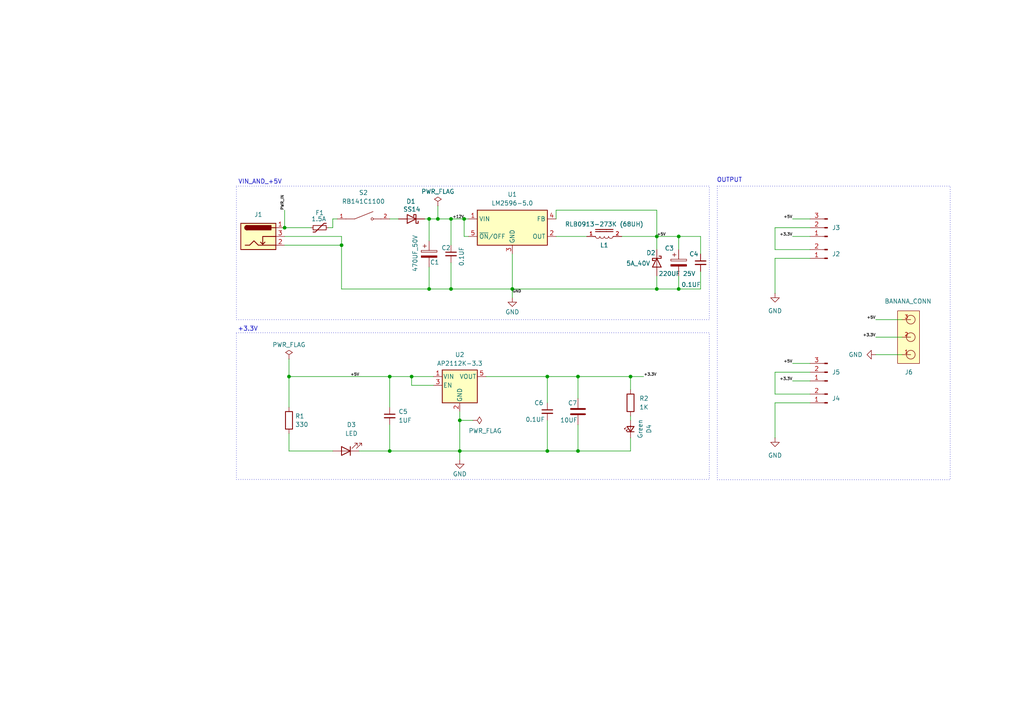
<source format=kicad_sch>
(kicad_sch (version 20250114) (generator "eeschema") (generator_version "9.0")
  (paper "A4")
  (lib_symbols
    (symbol "BANANA_PCB:BANANA_CONN" (pin_names (offset 1.016) (hide yes))
      (property "Reference" "J" (at 4.064 3.048 0))
      (property "Value" "BANANA_CONN" (at -2.286 -6.858 0))
      (symbol "BANANA_CONN_1_1"
        (rectangle (start -2.54 2.54) (end 12.7 -3.81) (fill (type background)))
        (circle (center 0 0) (radius 1.27))
        (circle (center 5.08 0) (radius 1.27))
        (circle (center 10.16 0) (radius 1.27))
        (pin passive line (at 0 -2.54 90) (length 2.54) (name "RED") (number "3"))
        (pin passive line (at 5.08 -2.54 90) (length 2.54) (name "YELLOW") (number "2"))
        (pin passive line (at 10.16 -2.54 90) (length 2.54) (name "GND") (number "1"))
      )
    )
    (symbol "Connector:Conn_01x02_Pin" (pin_names (offset 1.016) (hide yes))
      (property "Reference" "J" (at 0 2.54 0))
      (property "Value" "Conn_01x02_Pin" (at 0 -5.08 0))
      (symbol "Conn_01x02_Pin_1_1"
        (rectangle (start 0.8636 0.127) (end 0 -0.127) (stroke (width 0.1524)) (fill (type outline)))
        (rectangle (start 0.8636 -2.413) (end 0 -2.667) (stroke (width 0.1524)) (fill (type outline)))
        (polyline (pts (xy 1.27 0) (xy 0.8636 0)) (stroke (width 0.1524)))
        (polyline (pts (xy 1.27 -2.54) (xy 0.8636 -2.54)) (stroke (width 0.1524)))
        (pin passive line (at 5.08 0 180) (length 3.81) (name "Pin_1") (number "1"))
        (pin passive line (at 5.08 -2.54 180) (length 3.81) (name "Pin_2") (number "2"))
      )
    )
    (symbol "Connector:Conn_01x03_Pin" (pin_names (offset 1.016) (hide yes))
      (property "Reference" "J" (at 0 5.08 0))
      (property "Value" "Conn_01x03_Pin" (at 0 -5.08 0))
      (symbol "Conn_01x03_Pin_1_1"
        (rectangle (start 0.8636 2.667) (end 0 2.413) (stroke (width 0.1524)) (fill (type outline)))
        (rectangle (start 0.8636 0.127) (end 0 -0.127) (stroke (width 0.1524)) (fill (type outline)))
        (rectangle (start 0.8636 -2.413) (end 0 -2.667) (stroke (width 0.1524)) (fill (type outline)))
        (polyline (pts (xy 1.27 2.54) (xy 0.8636 2.54)) (stroke (width 0.1524)))
        (polyline (pts (xy 1.27 0) (xy 0.8636 0)) (stroke (width 0.1524)))
        (polyline (pts (xy 1.27 -2.54) (xy 0.8636 -2.54)) (stroke (width 0.1524)))
        (pin passive line (at 5.08 2.54 180) (length 3.81) (name "Pin_1") (number "1"))
        (pin passive line (at 5.08 0 180) (length 3.81) (name "Pin_2") (number "2"))
        (pin passive line (at 5.08 -2.54 180) (length 3.81) (name "Pin_3") (number "3"))
      )
    )
    (symbol "Device:C" (pin_numbers (hide yes)) (pin_names (offset 0.254))
      (property "Reference" "C" (at 0.635 2.54 0))
      (property "Value" "C" (at 0.635 -2.54 0))
      (symbol "C_0_1"
        (polyline (pts (xy -2.032 0.762) (xy 2.032 0.762)) (stroke (width 0.508)))
        (polyline (pts (xy -2.032 -0.762) (xy 2.032 -0.762)) (stroke (width 0.508)))
      )
      (symbol "C_1_1"
        (pin passive line (at 0 3.81 270) (length 2.794) (name "~") (number "1"))
        (pin passive line (at 0 -3.81 90) (length 2.794) (name "~") (number "2"))
      )
    )
    (symbol "Device:C_Polarized" (pin_numbers (hide yes)) (pin_names (offset 0.254))
      (property "Reference" "C" (at 0.635 2.54 0))
      (property "Value" "C_Polarized" (at 0.635 -2.54 0))
      (symbol "C_Polarized_0_1"
        (rectangle (start -2.286 0.508) (end 2.286 1.016))
        (polyline (pts (xy -1.778 2.286) (xy -0.762 2.286)))
        (polyline (pts (xy -1.27 2.794) (xy -1.27 1.778)))
        (rectangle (start 2.286 -0.508) (end -2.286 -1.016) (fill (type outline)))
      )
      (symbol "C_Polarized_1_1"
        (pin passive line (at 0 3.81 270) (length 2.794) (name "~") (number "1"))
        (pin passive line (at 0 -3.81 90) (length 2.794) (name "~") (number "2"))
      )
    )
    (symbol "Device:C_Small" (pin_numbers (hide yes)) (pin_names (offset 0.254) (hide yes))
      (property "Reference" "C" (at 0.254 1.778 0))
      (property "Value" "C_Small" (at 0.254 -2.032 0))
      (symbol "C_Small_0_1"
        (polyline (pts (xy -1.524 0.508) (xy 1.524 0.508)) (stroke (width 0.3048)))
        (polyline (pts (xy -1.524 -0.508) (xy 1.524 -0.508)) (stroke (width 0.3302)))
      )
      (symbol "C_Small_1_1"
        (pin passive line (at 0 2.54 270) (length 2.032) (name "~") (number "1"))
        (pin passive line (at 0 -2.54 90) (length 2.032) (name "~") (number "2"))
      )
    )
    (symbol "Device:LED" (pin_numbers (hide yes)) (pin_names (offset 1.016) (hide yes))
      (property "Reference" "D" (at 0 2.54 0))
      (property "Value" "LED" (at 0 -2.54 0))
      (symbol "LED_0_1"
        (polyline (pts (xy -3.048 -0.762) (xy -4.572 -2.286) (xy -3.81 -2.286) (xy -4.572 -2.286) (xy -4.572 -1.524)))
        (polyline (pts (xy -1.778 -0.762) (xy -3.302 -2.286) (xy -2.54 -2.286) (xy -3.302 -2.286) (xy -3.302 -1.524)))
        (polyline (pts (xy -1.27 0) (xy 1.27 0)))
        (polyline (pts (xy -1.27 -1.27) (xy -1.27 1.27)) (stroke (width 0.254)))
        (polyline (pts (xy 1.27 -1.27) (xy 1.27 1.27) (xy -1.27 0) (xy 1.27 -1.27)) (stroke (width 0.254)))
      )
      (symbol "LED_1_1"
        (pin passive line (at -3.81 0 0) (length 2.54) (name "K") (number "1"))
        (pin passive line (at 3.81 0 180) (length 2.54) (name "A") (number "2"))
      )
    )
    (symbol "Device:R" (pin_numbers (hide yes)) (pin_names (offset 0))
      (property "Reference" "R" (at 2.032 0 90))
      (property "Value" "R" (at 0 0 90))
      (symbol "R_0_1"
        (rectangle (start -1.016 -2.54) (end 1.016 2.54) (stroke (width 0.254)))
      )
      (symbol "R_1_1"
        (pin passive line (at 0 3.81 270) (length 1.27) (name "~") (number "1"))
        (pin passive line (at 0 -3.81 90) (length 1.27) (name "~") (number "2"))
      )
    )
    (symbol "Diode:1N5822" (pin_numbers (hide yes)) (pin_names (offset 1.016) (hide yes))
      (property "Reference" "D" (at 0 2.54 0))
      (property "Value" "1N5822" (at 0 -2.54 0))
      (symbol "1N5822_0_1"
        (polyline (pts (xy -1.905 0.635) (xy -1.905 1.27) (xy -1.27 1.27) (xy -1.27 -1.27) (xy -0.635 -1.27) (xy -0.635 -0.635)) (stroke (width 0.254)))
        (polyline (pts (xy 1.27 1.27) (xy 1.27 -1.27) (xy -1.27 0) (xy 1.27 1.27)) (stroke (width 0.254)))
        (polyline (pts (xy 1.27 0) (xy -1.27 0)))
      )
      (symbol "1N5822_1_1"
        (pin passive line (at -3.81 0 0) (length 2.54) (name "K") (number "1"))
        (pin passive line (at 3.81 0 180) (length 2.54) (name "A") (number "2"))
      )
    )
    (symbol "Diode:SS14" (pin_numbers (hide yes)) (pin_names (offset 1.016) (hide yes))
      (property "Reference" "D" (at 0 2.54 0))
      (property "Value" "SS14" (at 0 -2.54 0))
      (symbol "SS14_0_1"
        (polyline (pts (xy -1.905 0.635) (xy -1.905 1.27) (xy -1.27 1.27) (xy -1.27 -1.27) (xy -0.635 -1.27) (xy -0.635 -0.635)) (stroke (width 0.254)))
        (polyline (pts (xy 1.27 1.27) (xy 1.27 -1.27) (xy -1.27 0) (xy 1.27 1.27)) (stroke (width 0.254)))
        (polyline (pts (xy 1.27 0) (xy -1.27 0)))
      )
      (symbol "SS14_1_1"
        (pin passive line (at -3.81 0 0) (length 2.54) (name "K") (number "1"))
        (pin passive line (at 3.81 0 180) (length 2.54) (name "A") (number "2"))
      )
    )
    (symbol "RB141C1100_1" (pin_names (offset 1.016))
      (property "Reference" "S" (at -2.54 2.54 0))
      (property "Value" "RB141C1100" (at -2.54 -2.54 0))
      (symbol "RB141C1100_1_0_0"
        (polyline (pts (xy -2.54 0) (xy -5.08 0)) (stroke (width 0.1524)))
        (polyline (pts (xy -2.54 0) (xy 2.794 2.1336)) (stroke (width 0.1524)))
        (circle (center 2.54 0) (radius 0.3302) (stroke (width 0.1524)))
        (polyline (pts (xy 5.08 0) (xy 2.921 0)) (stroke (width 0.1524)))
      )
      (symbol "RB141C1100_1_1_0"
        (pin passive line (at -7.62 0 0) (length 2.54) (name "~") (number "1"))
        (pin passive line (at 7.62 0 180) (length 2.54) (name "~") (number "2"))
      )
    )
    (symbol "RLB0913-273K:RLB0913-273K" (pin_names (offset 1.016))
      (property "Reference" "L" (at -2.54 2.54 0))
      (property "Value" "RLB0913-273K" (at -2.54 -2.54 0))
      (symbol "RLB0913-273K_0_0"
        (arc (start -1.27 0) (mid -1.9082 -0.5747) (end -2.54 0) (stroke (width 0.1524)))
        (polyline (pts (xy -1.27 2.032) (xy -2.54 2.032)) (stroke (width 0.254)))
        (polyline (pts (xy -1.27 1.397) (xy -2.54 1.397)) (stroke (width 0.254)))
        (arc (start 0 0) (mid -0.6382 -0.5747) (end -1.27 0) (stroke (width 0.1524)))
        (polyline (pts (xy 0.635 2.032) (xy -1.27 2.032)) (stroke (width 0.254)))
        (polyline (pts (xy 0.635 1.397) (xy -1.27 1.397)) (stroke (width 0.254)))
        (arc (start 1.27 0) (mid 0.6318 -0.5747) (end 0 0) (stroke (width 0.1524)))
        (arc (start 2.54 0) (mid 1.9018 -0.5747) (end 1.27 0) (stroke (width 0.1524)))
        (polyline (pts (xy 2.54 2.032) (xy 0.635 2.032)) (stroke (width 0.254)))
        (polyline (pts (xy 2.54 1.397) (xy 0.635 1.397)) (stroke (width 0.254)))
        (pin passive line (at -5.08 0 0) (length 2.54) (name "~") (number "1"))
        (pin passive line (at 5.08 0 180) (length 2.54) (name "~") (number "2"))
      )
    )
    (symbol "Regulator_Linear:AP2112K-3.3" (pin_names (offset 0.254))
      (property "Reference" "U" (at -5.08 5.715 0))
      (property "Value" "AP2112K-3.3" (at 0 5.715 0))
      (symbol "AP2112K-3.3_0_1"
        (rectangle (start -5.08 4.445) (end 5.08 -5.08) (stroke (width 0.254)) (fill (type background)))
      )
      (symbol "AP2112K-3.3_1_1"
        (pin power_in line (at -7.62 2.54 0) (length 2.54) (name "VIN") (number "1"))
        (pin input line (at -7.62 0 0) (length 2.54) (name "EN") (number "3"))
        (pin power_in line (at 0 -7.62 90) (length 2.54) (name "GND") (number "2"))
        (pin no_connect line (at 5.08 0 180) (length 2.54) (hide yes) (name "NC") (number "4"))
        (pin power_out line (at 7.62 2.54 180) (length 2.54) (name "VOUT") (number "5"))
      )
    )
    (symbol "Regulator_Switching:LM2596T-3.3"
      (property "Reference" "U" (at -10.16 6.35 0))
      (property "Value" "LM2596T-3.3" (at 0 6.35 0))
      (symbol "LM2596T-3.3_0_1"
        (rectangle (start -10.16 5.08) (end 10.16 -5.08) (stroke (width 0.254)) (fill (type background)))
      )
      (symbol "LM2596T-3.3_1_1"
        (pin power_in line (at -12.7 2.54 0) (length 2.54) (name "VIN") (number "1"))
        (pin input line (at -12.7 -2.54 0) (length 2.54) (name "~{ON}/OFF") (number "5"))
        (pin power_in line (at 0 -7.62 90) (length 2.54) (name "GND") (number "3"))
        (pin input line (at 12.7 2.54 180) (length 2.54) (name "FB") (number "4"))
        (pin output line (at 12.7 -2.54 180) (length 2.54) (name "OUT") (number "2"))
      )
    )
    (symbol "SparkFun-Capacitor:C" (pin_numbers (hide yes)) (pin_names (offset 0.254))
      (property "Reference" "C" (at 0.635 2.54 0))
      (property "Value" "C" (at 0.635 -2.54 0))
      (property "Voltage" "1kV" (at 0 -6.35 0))
      (property "Tolerance" "100%" (at 0 -8.89 0))
      (symbol "C_0_1"
        (polyline (pts (xy -1.524 0.508) (xy 1.524 0.508)) (stroke (width 0.3048)))
        (polyline (pts (xy -1.524 -0.508) (xy 1.524 -0.508)) (stroke (width 0.3302)))
      )
      (symbol "C_1_1"
        (pin passive line (at 0 2.54 270) (length 2.032) (name "~") (number "1"))
        (pin passive line (at 0 -2.54 90) (length 2.032) (name "~") (number "2"))
      )
    )
    (symbol "SparkFun-Connector:Barrel_Jack_PTH" (pin_names (hide yes))
      (property "Reference" "J" (at 0 5.334 0))
      (property "Value" "Barrel_Jack_PTH" (at 0 -5.08 0))
      (symbol "Barrel_Jack_PTH_0_1"
        (rectangle (start -5.08 3.81) (end 5.08 -3.81) (stroke (width 0.254)) (fill (type background)))
        (polyline (pts (xy -3.81 -2.54) (xy -2.54 -2.54) (xy -1.27 -1.27) (xy 0 -2.54) (xy 2.54 -2.54) (xy 5.08 -2.54)) (stroke (width 0.254)))
        (arc (start -3.302 1.905) (mid -3.9343 2.54) (end -3.302 3.175) (stroke (width 0.254)))
        (arc (start -3.302 1.905) (mid -3.9343 2.54) (end -3.302 3.175) (stroke (width 0.254)) (fill (type outline)))
        (polyline (pts (xy 1.27 -2.286) (xy 1.905 -1.651)) (stroke (width 0.254)))
        (rectangle (start 3.683 3.175) (end -3.302 1.905) (stroke (width 0.254)) (fill (type outline)))
        (polyline (pts (xy 5.08 2.54) (xy 3.81 2.54)) (stroke (width 0.254)))
        (polyline (pts (xy 5.08 0) (xy 1.27 0) (xy 1.27 -2.286) (xy 0.635 -1.651)) (stroke (width 0.254)))
      )
      (symbol "Barrel_Jack_PTH_1_1"
        (pin passive line (at 7.62 2.54 180) (length 2.54) (name "PWR") (number "1"))
        (pin passive line (at 7.62 0 180) (length 2.54) (name "GNDBREAK") (number "3"))
        (pin passive line (at 7.62 -2.54 180) (length 2.54) (name "GND") (number "2"))
      )
    )
    (symbol "SparkFun-Fuse:Fuse 16V/2.5A/5.0A" (pin_numbers (hide yes)) (pin_names (offset 0))
      (property "Reference" "F" (at 0 2.54 0))
      (property "Value" "16V/2.5A/5.0A" (at 0 -2.54 0))
      (symbol "Fuse 16V/2.5A/5.0A_0_1"
        (rectangle (start -1.905 0.635) (end 1.905 -0.635) (stroke (width 0.2032)))
        (polyline (pts (xy -1.905 -1.27) (xy -1.27 -1.27) (xy 1.27 1.27) (xy 1.905 1.27)) (stroke (width 0.254)))
      )
      (symbol "Fuse 16V/2.5A/5.0A_1_1"
        (pin passive line (at -2.54 0 0) (length 0.635) (name "~") (number "1"))
        (pin passive line (at 2.54 0 180) (length 0.635) (name "~") (number "2"))
      )
    )
    (symbol "SparkFun-LED:LED_Green_1206" (pin_numbers (hide yes)) (pin_names (offset 1.016) (hide yes))
      (property "Reference" "D" (at 0 2.54 0))
      (property "Value" "Green" (at 0 -2.54 0))
      (symbol "LED_Green_1206_0_1"
        (polyline (pts (xy -0.762 -1.016) (xy -0.762 1.016)) (stroke (width 0.254)))
        (polyline (pts (xy 0 0.762) (xy -0.508 1.27) (xy -0.254 1.27) (xy -0.508 1.27) (xy -0.508 1.016)))
        (polyline (pts (xy 0.508 1.27) (xy 0 1.778) (xy 0.254 1.778) (xy 0 1.778) (xy 0 1.524)))
        (polyline (pts (xy 0.762 -1.016) (xy -0.762 0) (xy 0.762 1.016) (xy 0.762 -1.016)) (stroke (width 0.254)))
        (polyline (pts (xy 1.016 0) (xy -0.762 0)))
      )
      (symbol "LED_Green_1206_1_1"
        (pin passive line (at -2.54 0 0) (length 1.778) (name "K") (number "1"))
        (pin passive line (at 2.54 0 180) (length 1.778) (name "A") (number "2"))
      )
    )
    (symbol "power:GND" (power) (pin_numbers (hide yes)) (pin_names (offset 0) (hide yes))
      (property "Value" "GND" (at 0 -3.81 0))
      (symbol "GND_0_1"
        (polyline (pts (xy 0 0) (xy 0 -1.27) (xy 1.27 -1.27) (xy 0 -2.54) (xy -1.27 -1.27) (xy 0 -1.27)))
      )
      (symbol "GND_1_1"
        (pin power_in line (at 0 0 270) (length 0) (name "~") (number "1"))
      )
    )
    (symbol "power:PWR_FLAG" (power) (pin_numbers (hide yes)) (pin_names (offset 0) (hide yes))
      (property "Value" "PWR_FLAG" (at 0 3.81 0))
      (symbol "PWR_FLAG_0_0"
        (pin power_out line (at 0 0 90) (length 0) (name "~") (number "1"))
      )
      (symbol "PWR_FLAG_0_1"
        (polyline (pts (xy 0 0) (xy 0 1.27) (xy -1.016 1.905) (xy 0 2.54) (xy 1.016 1.905) (xy 0 1.27)))
      )
    )
  )
  (rectangle (start 68.58 53.975) (end 205.74 92.71) (stroke (width 0) (type dot)))
  (rectangle (start 208.0517 53.975) (end 275.5899 139.1398) (stroke (width 0) (type dot)))
  (rectangle (start 68.58 96.52) (end 205.74 139.065) (stroke (width 0) (type dot)))
  (text "OUTPUT" (at 211.582 52.324 0) (effects (font (size 1.27 1.27))))
  (text "+3.3V" (at 71.882 95.504 0) (effects (font (size 1.27 1.27))))
  (text "VIN_AND_+5V" (at 75.438 52.832 0) (effects (font (size 1.27 1.27))))
  (junction (at 113.03 130.81))
  (junction (at 148.59 83.82))
  (junction (at 113.03 109.22))
  (junction (at 130.81 83.82))
  (junction (at 124.46 83.82))
  (junction (at 158.75 130.81))
  (junction (at 99.06 71.12))
  (junction (at 119.38 109.22))
  (junction (at 167.64 130.81))
  (junction (at 133.35 130.81))
  (junction (at 130.81 63.5))
  (junction (at 133.35 121.92))
  (junction (at 124.46 63.5))
  (junction (at 196.85 68.58))
  (junction (at 190.5 68.58))
  (junction (at 158.75 109.22))
  (junction (at 196.85 83.82))
  (junction (at 82.55 66.04))
  (junction (at 182.88 109.22))
  (junction (at 167.64 109.22))
  (junction (at 190.5 83.82))
  (junction (at 83.82 109.22))
  (junction (at 127 63.5))
  (junction (at 134.62 63.5))
  (wire (pts (xy 83.82 109.22) (xy 83.82 118.11)))
  (wire (pts (xy 190.5 68.58) (xy 190.5 72.39)))
  (wire (pts (xy 124.46 63.5) (xy 127 63.5)))
  (wire (pts (xy 148.59 83.82) (xy 190.5 83.82)))
  (wire (pts (xy 182.88 120.65) (xy 182.88 121.92)))
  (wire (pts (xy 104.14 130.81) (xy 113.03 130.81)))
  (wire (pts (xy 130.81 76.2) (xy 130.81 83.82)))
  (wire (pts (xy 224.79 116.84) (xy 234.95 116.84)))
  (wire (pts (xy 229.87 68.58) (xy 234.95 68.58)))
  (wire (pts (xy 203.2 78.74) (xy 203.2 83.82)))
  (wire (pts (xy 133.35 121.92) (xy 133.35 130.81)))
  (wire (pts (xy 83.82 104.14) (xy 83.82 109.22)))
  (wire (pts (xy 190.5 80.01) (xy 190.5 83.82)))
  (wire (pts (xy 83.82 130.81) (xy 96.52 130.81)))
  (wire (pts (xy 124.46 77.47) (xy 124.46 83.82)))
  (wire (pts (xy 130.81 71.12) (xy 130.81 63.5)))
  (wire (pts (xy 135.89 68.58) (xy 134.62 68.58)))
  (wire (pts (xy 224.79 66.04) (xy 224.79 72.39)))
  (wire (pts (xy 167.64 123.19) (xy 167.64 130.81)))
  (wire (pts (xy 234.95 72.39) (xy 224.79 72.39)))
  (wire (pts (xy 82.55 71.12) (xy 99.06 71.12)))
  (wire (pts (xy 182.88 109.22) (xy 182.88 113.03)))
  (wire (pts (xy 113.03 123.19) (xy 113.03 130.81)))
  (wire (pts (xy 113.03 109.22) (xy 119.38 109.22)))
  (wire (pts (xy 148.59 86.36) (xy 148.59 83.82)))
  (wire (pts (xy 196.85 80.01) (xy 196.85 83.82)))
  (wire (pts (xy 190.5 60.96) (xy 190.5 68.58)))
  (wire (pts (xy 99.06 71.12) (xy 99.06 83.82)))
  (wire (pts (xy 140.97 109.22) (xy 158.75 109.22)))
  (wire (pts (xy 182.88 127) (xy 182.88 130.81)))
  (wire (pts (xy 203.2 83.82) (xy 196.85 83.82)))
  (wire (pts (xy 229.87 63.5) (xy 234.95 63.5)))
  (wire (pts (xy 161.29 60.96) (xy 190.5 60.96)))
  (wire (pts (xy 182.88 130.81) (xy 167.64 130.81)))
  (wire (pts (xy 158.75 121.92) (xy 158.75 130.81)))
  (wire (pts (xy 83.82 125.73) (xy 83.82 130.81)))
  (wire (pts (xy 224.79 66.04) (xy 234.95 66.04)))
  (wire (pts (xy 167.64 109.22) (xy 167.64 115.57)))
  (wire (pts (xy 133.35 130.81) (xy 133.35 133.35)))
  (wire (pts (xy 148.59 73.66) (xy 148.59 83.82)))
  (wire (pts (xy 158.75 109.22) (xy 158.75 116.84)))
  (wire (pts (xy 113.03 109.22) (xy 113.03 118.11)))
  (wire (pts (xy 83.82 109.22) (xy 113.03 109.22)))
  (wire (pts (xy 161.29 68.58) (xy 170.18 68.58)))
  (wire (pts (xy 96.52 66.04) (xy 95.25 66.04)))
  (wire (pts (xy 124.46 63.5) (xy 124.46 69.85)))
  (wire (pts (xy 224.79 116.84) (xy 224.79 127)))
  (wire (pts (xy 127 59.69) (xy 127 63.5)))
  (wire (pts (xy 254 97.79) (xy 261.62 97.79)))
  (wire (pts (xy 167.64 130.81) (xy 158.75 130.81)))
  (wire (pts (xy 229.87 105.41) (xy 234.95 105.41)))
  (wire (pts (xy 99.06 68.58) (xy 99.06 71.12)))
  (wire (pts (xy 133.35 119.38) (xy 133.35 121.92)))
  (wire (pts (xy 82.55 68.58) (xy 99.06 68.58)))
  (wire (pts (xy 113.03 130.81) (xy 133.35 130.81)))
  (wire (pts (xy 82.55 60.96) (xy 82.55 66.04)))
  (wire (pts (xy 127 63.5) (xy 130.81 63.5)))
  (wire (pts (xy 190.5 83.82) (xy 196.85 83.82)))
  (wire (pts (xy 254 92.71) (xy 261.62 92.71)))
  (wire (pts (xy 99.06 83.82) (xy 124.46 83.82)))
  (wire (pts (xy 161.29 60.96) (xy 161.29 63.5)))
  (wire (pts (xy 124.46 83.82) (xy 130.81 83.82)))
  (wire (pts (xy 133.35 130.81) (xy 158.75 130.81)))
  (wire (pts (xy 196.85 68.58) (xy 196.85 72.39)))
  (wire (pts (xy 203.2 68.58) (xy 203.2 73.66)))
  (wire (pts (xy 224.79 107.95) (xy 224.79 114.3)))
  (wire (pts (xy 190.5 68.58) (xy 196.85 68.58)))
  (wire (pts (xy 224.79 74.93) (xy 224.79 85.09)))
  (wire (pts (xy 224.79 107.95) (xy 234.95 107.95)))
  (wire (pts (xy 133.35 121.92) (xy 137.16 121.92)))
  (wire (pts (xy 229.87 110.49) (xy 234.95 110.49)))
  (wire (pts (xy 234.95 114.3) (xy 224.79 114.3)))
  (wire (pts (xy 182.88 109.22) (xy 186.69 109.22)))
  (wire (pts (xy 196.85 68.58) (xy 203.2 68.58)))
  (wire (pts (xy 130.81 63.5) (xy 134.62 63.5)))
  (wire (pts (xy 113.03 63.5) (xy 115.57 63.5)))
  (wire (pts (xy 130.81 83.82) (xy 148.59 83.82)))
  (wire (pts (xy 224.79 74.93) (xy 234.95 74.93)))
  (wire (pts (xy 96.52 63.5) (xy 96.52 66.04)))
  (wire (pts (xy 180.34 68.58) (xy 190.5 68.58)))
  (wire (pts (xy 119.38 109.22) (xy 125.73 109.22)))
  (wire (pts (xy 119.38 111.76) (xy 125.73 111.76)))
  (wire (pts (xy 254 102.87) (xy 261.62 102.87)))
  (wire (pts (xy 158.75 109.22) (xy 167.64 109.22)))
  (wire (pts (xy 82.55 66.04) (xy 90.17 66.04)))
  (wire (pts (xy 134.62 68.58) (xy 134.62 63.5)))
  (wire (pts (xy 167.64 109.22) (xy 182.88 109.22)))
  (wire (pts (xy 123.19 63.5) (xy 124.46 63.5)))
  (wire (pts (xy 96.52 63.5) (xy 97.79 63.5)))
  (wire (pts (xy 119.38 111.76) (xy 119.38 109.22)))
  (wire (pts (xy 135.89 63.5) (xy 134.62 63.5)))
  (label "+5V" (at 254 92.71 180) (effects (font (size 0.8 0.8))))
  (label "+5V" (at 229.87 105.41 180) (effects (font (size 0.8 0.8))))
  (label "+5V" (at 229.87 63.5 180) (effects (font (size 0.8 0.8))))
  (label "+3.3V" (at 186.69 109.22 0) (effects (font (size 0.8 0.8))))
  (label "+3.3V" (at 229.87 110.49 180) (effects (font (size 0.8 0.8))))
  (label "+12V" (at 134.62 63.5 180) (effects (font (size 0.8 0.8))))
  (label "+5V" (at 101.6 109.22 0) (effects (font (size 0.8 0.8))))
  (label "PWR_IN" (at 82.55 60.96 90) (effects (font (size 0.8 0.8))))
  (label "GND" (at 148.59 85.09 0) (effects (font (size 0.8 0.8))))
  (label "+3.3V" (at 254 97.79 180) (effects (font (size 0.8 0.8))))
  (label "+5V" (at 190.5 68.58 0) (effects (font (size 0.8 0.8))))
  (label "+3.3V" (at 229.87 68.58 180) (effects (font (size 0.8 0.8))))
  (symbol (lib_id "SparkFun-Capacitor:C") (at 113.03 120.65 0) (unit 1)
    (property "Reference" "C5" (at 115.57 119.3862 0) (effects (justify left)))
    (property "Value" "1UF" (at 115.57 121.9262 0) (effects (justify left)))
    (property "Footprint" "SparkFun-Capacitor:C_0603_1608Metric" (effects (hide yes)))
    (property "Datasheet" "https://cdn.sparkfun.com/assets/8/a/4/a/5/Kemet_Capacitor_Datasheet.pdf" (effects (hide yes)))
    (property "Description" "Unpolarized capacitor" (effects (hide yes)))
    (property "PROD_ID" "CAP-00000" (effects (hide yes)))
    (property "Voltage" "1kV" (effects (hide yes)))
    (property "Tolerance" "100%" (effects (hide yes)))
  )
  (symbol (lib_id "Device:R") (at 83.82 121.92 0) (unit 1)
    (property "Reference" "R1" (at 85.598 120.7078 0) (effects (justify left)))
    (property "Value" "330" (at 85.598 123.1321 0) (effects (justify left)))
    (property "Footprint" "KRS_Library:Resistor_14w" (effects (hide yes)))
    (property "Description" "Resistor" (effects (hide yes)))
  )
  (symbol (lib_id "SparkFun-Fuse:Fuse 16V/2.5A/5.0A") (at 92.71 66.04 0) (unit 1)
    (property "Reference" "F1" (at 92.71 61.722 0))
    (property "Value" "1.5A" (at 92.456 63.5 0))
    (property "Footprint" "Fuse:Fuse_1206_3216Metric" (effects (hide yes)))
    (property "Datasheet" "https://www.bourns.com/docs/product-datasheets/mf-msmf.pdf" (effects (hide yes)))
    (property "Description" "Resettable fuse 2A" (effects (hide yes)))
    (property "PROD_ID" "RES-14390" (effects (hide yes)))
  )
  (symbol (lib_id "power:GND") (at 224.79 85.09 0) (unit 1)
    (property "Reference" "#PWR05" (effects (hide yes)))
    (property "Value" "GND" (at 224.79 90.17 0))
    (property "Description" "Power symbol creates a global label with name \"GND\" , ground" (effects (hide yes)))
  )
  (symbol (lib_name "RB141C1100_1") (lib_id "RB141C1100:RB141C1100") (at 105.41 63.5 0) (unit 1)
    (property "Reference" "S2" (at 105.41 55.88 0))
    (property "Value" "RB141C1100" (at 105.41 58.42 0))
    (property "Footprint" "RB141C1100:SW_RB141C1100" (effects (hide yes)))
    (property "MF" "e-switch inc" (effects (hide yes)))
    (property "MAXIMUM_PACKAGE_HEIGHT" "25.9mm" (effects (hide yes)))
    (property "Package" "None" (effects (hide yes)))
    (property "Price" "None" (effects (hide yes)))
    (property "Check_prices" "https://www.snapeda.com/parts/RB141C1100/E-Switch/view-part/?ref=eda" (effects (hide yes)))
    (property "STANDARD" "Manufacturer Recommendations" (effects (hide yes)))
    (property "PARTREV" "C" (effects (hide yes)))
    (property "SnapEDA_Link" "https://www.snapeda.com/parts/RB141C1100/E-Switch/view-part/?ref=snap" (effects (hide yes)))
    (property "MP" "RB141C1100" (effects (hide yes)))
    (property "Description_1" "Rocker Switches 15A 125VAC, OFF-ON, Black Rocker, No Markings" (effects (hide yes)))
    (property "Availability" "In Stock" (effects (hide yes)))
    (property "MANUFACTURER" "E-SWITCH" (effects (hide yes)))
  )
  (symbol (lib_id "power:GND") (at 224.79 127 0) (unit 1)
    (property "Reference" "#PWR03" (effects (hide yes)))
    (property "Value" "GND" (at 224.79 132.08 0))
    (property "Description" "Power symbol creates a global label with name \"GND\" , ground" (effects (hide yes)))
  )
  (symbol (lib_id "Device:C_Small") (at 158.75 119.38 0) (unit 1)
    (property "Reference" "C6" (at 154.94 116.8462 0) (effects (justify left)))
    (property "Value" "0.1UF" (at 152.4 121.6722 0) (effects (justify left)))
    (property "Footprint" "Capacitor_SMD:C_0402_1005Metric" (effects (hide yes)))
    (property "Description" "Unpolarized capacitor, small symbol" (effects (hide yes)))
  )
  (symbol (lib_id "BANANA_PCB:BANANA_CONN") (at 264.16 92.71 270) (unit 1)
    (property "Reference" "J6" (at 262.382 107.9499 90) (effects (justify left)))
    (property "Value" "BANANA_CONN" (at 256.54 87.3759 90) (effects (justify left)))
    (property "Footprint" "BANANA_TRI-PLUG:Banana_Jack_3Pin" (effects (hide yes)))
  )
  (symbol (lib_id "Device:LED") (at 100.33 130.81 180) (unit 1)
    (property "Reference" "D3" (at 101.9175 123.19 0))
    (property "Value" "LED" (at 101.9175 125.73 0))
    (property "Footprint" "LED_THT:LED_D5.0mm_FlatTop" (effects (hide yes)))
    (property "Description" "Light emitting diode" (effects (hide yes)))
    (property "Sim.Pins" "1=K 2=A" (effects (hide yes)))
  )
  (symbol (lib_id "SparkFun-Connector:Barrel_Jack_PTH") (at 74.93 68.58 0) (unit 1)
    (property "Reference" "J1" (at 74.93 62.23 0))
    (property "Value" "Barrel_Jack_PTH" (effects (hide yes)))
    (property "Footprint" "SparkFun-Connector:Barrel_Jack_PTH" (effects (hide yes)))
    (property "Datasheet" "https://www.sparkfun.com/datasheets/Prototyping/Barrel-Connector-PJ-202A.pdf" (effects (hide yes)))
    (property "Description" "DC Barrel Jack with an internal switch" (effects (hide yes)))
    (property "PROD_ID" "CONN-08197" (effects (hide yes)))
  )
  (symbol (lib_id "Device:R") (at 182.88 116.84 0) (unit 1)
    (property "Reference" "R2" (at 185.42 115.5699 0) (effects (justify left)))
    (property "Value" "1K" (at 185.42 118.1099 0) (effects (justify left)))
    (property "Footprint" "KRS_Library:Resistor_14w" (effects (hide yes)))
    (property "Description" "Resistor" (effects (hide yes)))
  )
  (symbol (lib_id "Device:C") (at 167.64 119.38 0) (unit 1)
    (property "Reference" "C7" (at 164.719 116.8978 0) (effects (justify left)))
    (property "Value" "10UF" (at 162.433 121.8621 0) (effects (justify left)))
    (property "Footprint" "Capacitor_THT:C_Radial_D5.0mm_H11.0mm_P2.00mm" (effects (hide yes)))
    (property "Description" "Unpolarized capacitor" (effects (hide yes)))
  )
  (symbol (lib_id "Device:C_Small") (at 130.81 73.66 0) (unit 1)
    (property "Reference" "C2" (at 128.016 71.8882 0) (effects (justify left)))
    (property "Value" "0.1UF" (at 133.858 77.2222 90) (effects (justify left)))
    (property "Footprint" "Capacitor_SMD:C_0402_1005Metric" (effects (hide yes)))
    (property "Description" "Unpolarized capacitor, small symbol" (effects (hide yes)))
  )
  (symbol (lib_id "RLB0913-273K:RLB0913-273K") (at 175.26 68.58 0) (unit 1)
    (property "Reference" "L1" (at 175.26 71.12 0))
    (property "Value" "RLB0913-273K (68UH)" (at 175.26 65.024 0))
    (property "Footprint" "RLB0913-273K:RLB0913-273K" (effects (hide yes)))
    (property "DigiKey_Part_Number" "RLB0913-273K-ND" (effects (hide yes)))
    (property "SnapEDA_Link" "https://www.snapeda.com/parts/RLB0913-273K/Bourns/view-part/?ref=snap" (effects (hide yes)))
    (property "Description_1" "27 mH Unshielded Drum Core, Wirewound Inductor 75 mA 62Ohm Radial, Vertical Cylinder" (effects (hide yes)))
    (property "Package" "Radial Bourns" (effects (hide yes)))
    (property "TOLERANCE" "±10%" (effects (hide yes)))
    (property "DC-RESISTANCE" "62 Ohms" (effects (hide yes)))
    (property "RMS-CURRENT" "75mA" (effects (hide yes)))
    (property "SATURATION-CURRENT" "30mA" (effects (hide yes)))
    (property "MF" "Bourns" (effects (hide yes)))
    (property "MP" "RLB0913-273K" (effects (hide yes)))
    (property "INDUCTANCE" "27mH" (effects (hide yes)))
    (property "FARNELL" "2725286" (effects (hide yes)))
    (property "TYPE" "RLB0913-273K" (effects (hide yes)))
    (property "Check_prices" "https://www.snapeda.com/parts/RLB0913-273K/Bourns/view-part/?ref=eda" (effects (hide yes)))
  )
  (symbol (lib_id "power:PWR_FLAG") (at 137.16 121.92 270) (unit 1)
    (property "Reference" "#FLG04" (effects (hide yes)))
    (property "Value" "PWR_FLAG" (at 135.89 124.9679 90) (effects (justify left)))
    (property "Description" "Special symbol for telling ERC where power comes from" (effects (hide yes)))
  )
  (symbol (lib_id "Diode:1N5822") (at 190.5 76.2 270) (unit 1)
    (property "Reference" "D2" (at 187.452 73.3424 90) (effects (justify left)))
    (property "Value" "5A_40V" (at 181.61 76.3904 90) (effects (justify left)))
    (property "Footprint" "Diode_THT:D_DO-201AD_P15.24mm_Horizontal" (effects (hide yes)))
    (property "Datasheet" "http://www.vishay.com/docs/88526/1n5820.pdf" (effects (hide yes)))
    (property "Description" "40V 3A Schottky Barrier Rectifier Diode, DO-201AD" (effects (hide yes)))
  )
  (symbol (lib_id "Device:C_Polarized") (at 124.46 73.66 0) (unit 1)
    (property "Reference" "C1" (at 124.714 76.0729 0) (effects (justify left)))
    (property "Value" "470UF_50V" (at 120.396 78.8669 90) (effects (justify left)))
    (property "Footprint" "Capacitor_SMD:CP_Elec_4x5.3" (effects (hide yes)))
    (property "Description" "Polarized capacitor" (effects (hide yes)))
  )
  (symbol (lib_id "Connector:Conn_01x02_Pin") (at 240.03 116.84 180) (unit 1)
    (property "Reference" "J4" (at 241.3 115.5699 0) (effects (justify right)))
    (property "Value" "Conn_01x02_Pin" (effects (hide yes)))
    (property "Footprint" "Connector_PinHeader_2.00mm:PinHeader_1x02_P2.00mm_Vertical" (effects (hide yes)))
    (property "Description" "Generic connector, single row, 01x02, script generated" (effects (hide yes)))
  )
  (symbol (lib_id "SparkFun-LED:LED_Green_1206") (at 182.88 124.46 90) (unit 1)
    (property "Reference" "D4" (at 188.214 124.3965 0))
    (property "Value" "Green" (at 185.674 124.3965 0))
    (property "Footprint" "SparkFun-LED:LED_1206_3216Metric_Green" (effects (hide yes)))
    (property "Datasheet" "https://www.inolux-corp.com/datasheet/SMDLED/Mono%20Color%20Top%20View/IN-S126AT%20Series_V1.0.pdf" (effects (hide yes)))
    (property "Description" "Light emitting diode" (effects (hide yes)))
    (property "PROD_ID" "DIO-09910" (effects (hide yes)))
  )
  (symbol (lib_id "Regulator_Linear:AP2112K-3.3") (at 133.35 111.76 0) (unit 1)
    (property "Reference" "U2" (at 133.35 102.87 0))
    (property "Value" "AP2112K-3.3" (at 133.35 105.41 0))
    (property "Footprint" "Package_TO_SOT_SMD:SOT-23-5" (effects (hide yes)))
    (property "Datasheet" "https://www.diodes.com/assets/Datasheets/AP2112.pdf" (effects (hide yes)))
    (property "Description" "600mA low dropout linear regulator, with enable pin, 3.8V-6V input voltage range, 3.3V fixed positive output, SOT-23-5" (effects (hide yes)))
  )
  (symbol (lib_id "Diode:SS14") (at 119.38 63.5 180) (unit 1)
    (property "Reference" "D1" (at 119.1895 58.42 0))
    (property "Value" "SS14" (at 119.4435 60.706 0))
    (property "Footprint" "Diode_SMD:D_SMA" (effects (hide yes)))
    (property "Datasheet" "https://www.vishay.com/docs/88746/ss12.pdf" (effects (hide yes)))
    (property "Description" "40V 1A Schottky Diode, SMA" (effects (hide yes)))
  )
  (symbol (lib_id "power:GND") (at 254 102.87 270) (unit 1)
    (property "Reference" "#PWR04" (effects (hide yes)))
    (property "Value" "GND" (at 250.19 102.8699 90) (effects (justify right)))
    (property "Description" "Power symbol creates a global label with name \"GND\" , ground" (effects (hide yes)))
  )
  (symbol (lib_id "power:GND") (at 148.59 86.36 0) (unit 1)
    (property "Reference" "#PWR01" (effects (hide yes)))
    (property "Value" "GND" (at 148.59 90.4931 0))
    (property "Description" "Power symbol creates a global label with name \"GND\" , ground" (effects (hide yes)))
  )
  (symbol (lib_id "Device:C_Small") (at 203.2 76.2 0) (unit 1)
    (property "Reference" "C4" (at 199.898 73.6662 0) (effects (justify left)))
    (property "Value" "0.1UF" (at 197.612 82.5562 0) (effects (justify left)))
    (property "Footprint" "Capacitor_SMD:C_0402_1005Metric" (effects (hide yes)))
    (property "Description" "Unpolarized capacitor, small symbol" (effects (hide yes)))
  )
  (symbol (lib_id "Connector:Conn_01x02_Pin") (at 240.03 74.93 180) (unit 1)
    (property "Reference" "J2" (at 241.3 73.6599 0) (effects (justify right)))
    (property "Value" "Conn_01x02_Pin" (effects (hide yes)))
    (property "Footprint" "Connector_PinHeader_2.00mm:PinHeader_1x02_P2.00mm_Vertical" (effects (hide yes)))
    (property "Description" "Generic connector, single row, 01x02, script generated" (effects (hide yes)))
  )
  (symbol (lib_id "Regulator_Switching:LM2596T-3.3") (at 148.59 66.04 0) (unit 1)
    (property "Reference" "U1" (at 148.59 56.388 0))
    (property "Value" "LM2596-5.0" (at 148.59 58.928 0))
    (property "Footprint" "Package_TO_SOT_THT:TO-220-5_P3.4x3.7mm_StaggerOdd_Lead3.8mm_Vertical" (effects (hide yes)))
    (property "Datasheet" "http://www.ti.com/lit/ds/symlink/lm2596.pdf" (effects (hide yes)))
    (property "Description" "3.3V 3A 150kHz Step-Down Voltage Regulator, TO-220" (effects (hide yes)))
  )
  (symbol (lib_id "power:GND") (at 133.35 133.35 0) (unit 1)
    (property "Reference" "#PWR02" (effects (hide yes)))
    (property "Value" "GND" (at 133.35 137.4831 0))
    (property "Description" "Power symbol creates a global label with name \"GND\" , ground" (effects (hide yes)))
  )
  (symbol (lib_id "Connector:Conn_01x03_Pin") (at 240.03 66.04 180) (unit 1)
    (property "Reference" "J3" (at 241.3 66.0399 0) (effects (justify right)))
    (property "Value" "Conn_01x03_Pin" (effects (hide yes)))
    (property "Footprint" "Connector_PinSocket_2.00mm:PinSocket_1x03_P2.00mm_Vertical" (effects (hide yes)))
    (property "Description" "Generic connector, single row, 01x03, script generated" (effects (hide yes)))
  )
  (symbol (lib_id "power:PWR_FLAG") (at 127 59.69 0) (unit 1)
    (property "Reference" "#FLG03" (effects (hide yes)))
    (property "Value" "PWR_FLAG" (at 127 55.5569 0))
    (property "Description" "Special symbol for telling ERC where power comes from" (effects (hide yes)))
  )
  (symbol (lib_id "Device:C_Polarized") (at 196.85 76.2 0) (unit 1)
    (property "Reference" "C3" (at 192.786 72.0089 0) (effects (justify left)))
    (property "Value" "220UF 25V" (at 191.008 79.3749 0) (effects (justify left)))
    (property "Footprint" "Capacitor_SMD:CP_Elec_4x5.3" (effects (hide yes)))
    (property "Description" "Polarized capacitor" (effects (hide yes)))
  )
  (symbol (lib_id "power:PWR_FLAG") (at 83.82 104.14 0) (unit 1)
    (property "Reference" "#FLG02" (effects (hide yes)))
    (property "Value" "PWR_FLAG" (at 83.82 100.0069 0))
    (property "Description" "Special symbol for telling ERC where power comes from" (effects (hide yes)))
  )
  (symbol (lib_id "Connector:Conn_01x03_Pin") (at 240.03 107.95 180) (unit 1)
    (property "Reference" "J5" (at 241.3 107.9499 0) (effects (justify right)))
    (property "Value" "Conn_01x03_Pin" (effects (hide yes)))
    (property "Footprint" "Connector_PinSocket_2.00mm:PinSocket_1x03_P2.00mm_Vertical" (effects (hide yes)))
    (property "Description" "Generic connector, single row, 01x03, script generated" (effects (hide yes)))
  )
)
</source>
